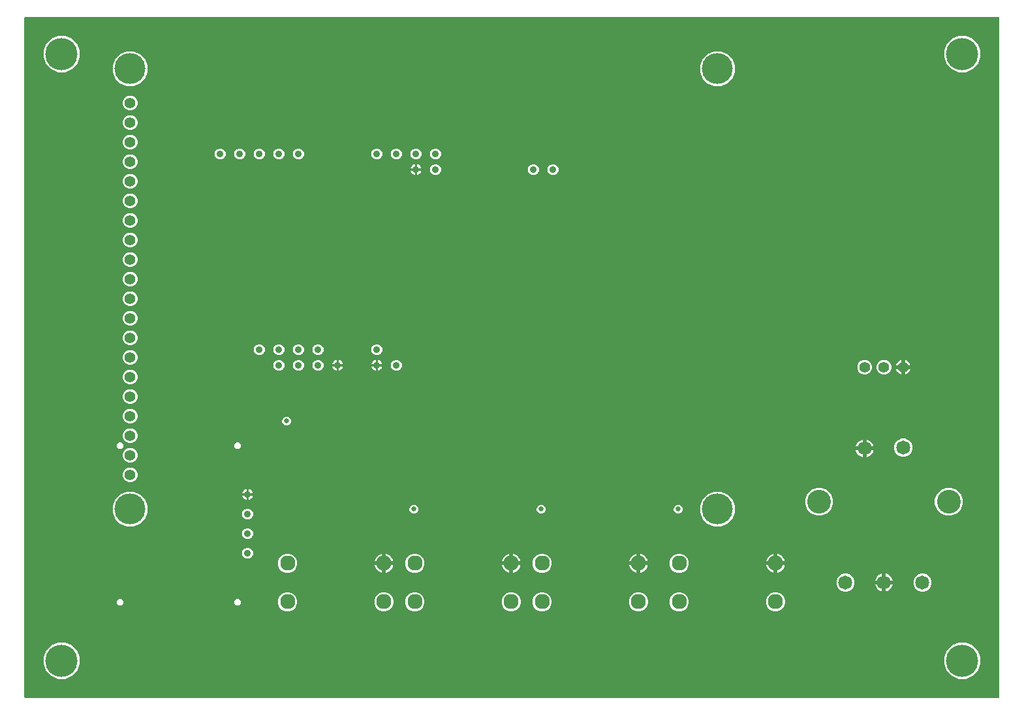
<source format=gbr>
G04 EAGLE Gerber RS-274X export*
G75*
%MOMM*%
%FSLAX34Y34*%
%LPD*%
%INCopper Layer 2*%
%IPPOS*%
%AMOC8*
5,1,8,0,0,1.08239X$1,22.5*%
G01*
%ADD10C,1.960000*%
%ADD11C,1.400000*%
%ADD12C,0.904800*%
%ADD13C,1.820000*%
%ADD14C,3.080000*%
%ADD15C,4.016000*%
%ADD16C,4.191000*%
%ADD17C,0.654800*%

G36*
X1266308Y2556D02*
X1266308Y2556D01*
X1266427Y2563D01*
X1266465Y2576D01*
X1266506Y2581D01*
X1266616Y2624D01*
X1266729Y2661D01*
X1266764Y2683D01*
X1266801Y2698D01*
X1266897Y2767D01*
X1266998Y2831D01*
X1267026Y2861D01*
X1267059Y2884D01*
X1267135Y2976D01*
X1267216Y3063D01*
X1267236Y3098D01*
X1267261Y3129D01*
X1267312Y3237D01*
X1267370Y3341D01*
X1267380Y3381D01*
X1267397Y3417D01*
X1267419Y3534D01*
X1267449Y3649D01*
X1267453Y3709D01*
X1267457Y3729D01*
X1267455Y3750D01*
X1267459Y3810D01*
X1267459Y885190D01*
X1267444Y885308D01*
X1267437Y885427D01*
X1267424Y885465D01*
X1267419Y885506D01*
X1267376Y885616D01*
X1267339Y885729D01*
X1267317Y885764D01*
X1267302Y885801D01*
X1267233Y885897D01*
X1267169Y885998D01*
X1267139Y886026D01*
X1267116Y886059D01*
X1267024Y886135D01*
X1266937Y886216D01*
X1266902Y886236D01*
X1266871Y886261D01*
X1266763Y886312D01*
X1266659Y886370D01*
X1266619Y886380D01*
X1266583Y886397D01*
X1266466Y886419D01*
X1266351Y886449D01*
X1266291Y886453D01*
X1266271Y886457D01*
X1266250Y886455D01*
X1266190Y886459D01*
X3810Y886459D01*
X3692Y886444D01*
X3573Y886437D01*
X3535Y886424D01*
X3494Y886419D01*
X3384Y886376D01*
X3271Y886339D01*
X3236Y886317D01*
X3199Y886302D01*
X3103Y886233D01*
X3002Y886169D01*
X2974Y886139D01*
X2941Y886116D01*
X2865Y886024D01*
X2784Y885937D01*
X2764Y885902D01*
X2739Y885871D01*
X2688Y885763D01*
X2630Y885659D01*
X2620Y885619D01*
X2603Y885583D01*
X2581Y885466D01*
X2551Y885351D01*
X2547Y885291D01*
X2543Y885271D01*
X2545Y885250D01*
X2541Y885190D01*
X2541Y3810D01*
X2556Y3692D01*
X2563Y3573D01*
X2576Y3535D01*
X2581Y3494D01*
X2624Y3384D01*
X2661Y3271D01*
X2683Y3236D01*
X2698Y3199D01*
X2767Y3103D01*
X2831Y3002D01*
X2861Y2974D01*
X2884Y2941D01*
X2976Y2865D01*
X3063Y2784D01*
X3098Y2764D01*
X3129Y2739D01*
X3237Y2688D01*
X3341Y2630D01*
X3381Y2620D01*
X3417Y2603D01*
X3534Y2581D01*
X3649Y2551D01*
X3709Y2547D01*
X3729Y2543D01*
X3750Y2545D01*
X3810Y2541D01*
X1266190Y2541D01*
X1266308Y2556D01*
G37*
%LPC*%
G36*
X1214526Y814704D02*
X1214526Y814704D01*
X1205891Y818281D01*
X1199281Y824891D01*
X1195704Y833526D01*
X1195704Y842874D01*
X1199281Y851509D01*
X1205891Y858119D01*
X1214526Y861696D01*
X1223874Y861696D01*
X1232509Y858119D01*
X1239119Y851509D01*
X1242696Y842874D01*
X1242696Y833526D01*
X1239119Y824891D01*
X1232509Y818281D01*
X1223874Y814704D01*
X1214526Y814704D01*
G37*
%LPD*%
%LPC*%
G36*
X46126Y814704D02*
X46126Y814704D01*
X37491Y818281D01*
X30881Y824891D01*
X27304Y833526D01*
X27304Y842874D01*
X30881Y851509D01*
X37491Y858119D01*
X46126Y861696D01*
X55474Y861696D01*
X64109Y858119D01*
X70719Y851509D01*
X74296Y842874D01*
X74296Y833526D01*
X70719Y824891D01*
X64109Y818281D01*
X55474Y814704D01*
X46126Y814704D01*
G37*
%LPD*%
%LPC*%
G36*
X1214526Y27304D02*
X1214526Y27304D01*
X1205891Y30881D01*
X1199281Y37491D01*
X1195704Y46126D01*
X1195704Y55474D01*
X1199281Y64109D01*
X1205891Y70719D01*
X1214526Y74296D01*
X1223874Y74296D01*
X1232509Y70719D01*
X1239119Y64109D01*
X1242696Y55474D01*
X1242696Y46126D01*
X1239119Y37491D01*
X1232509Y30881D01*
X1223874Y27304D01*
X1214526Y27304D01*
G37*
%LPD*%
%LPC*%
G36*
X46126Y27304D02*
X46126Y27304D01*
X37491Y30881D01*
X30881Y37491D01*
X27304Y46126D01*
X27304Y55474D01*
X30881Y64109D01*
X37491Y70719D01*
X46126Y74296D01*
X55474Y74296D01*
X64109Y70719D01*
X70719Y64109D01*
X74296Y55474D01*
X74296Y46126D01*
X70719Y37491D01*
X64109Y30881D01*
X55474Y27304D01*
X46126Y27304D01*
G37*
%LPD*%
%LPC*%
G36*
X897200Y796529D02*
X897200Y796529D01*
X888886Y799973D01*
X882523Y806336D01*
X879079Y814650D01*
X879079Y823650D01*
X882523Y831964D01*
X888886Y838327D01*
X897200Y841771D01*
X906200Y841771D01*
X914514Y838327D01*
X920877Y831964D01*
X924321Y823650D01*
X924321Y814650D01*
X920877Y806336D01*
X914514Y799973D01*
X906200Y796529D01*
X897200Y796529D01*
G37*
%LPD*%
%LPC*%
G36*
X135200Y796529D02*
X135200Y796529D01*
X126886Y799973D01*
X120523Y806336D01*
X117079Y814650D01*
X117079Y823650D01*
X120523Y831964D01*
X126886Y838327D01*
X135200Y841771D01*
X144200Y841771D01*
X152514Y838327D01*
X158877Y831964D01*
X162321Y823650D01*
X162321Y814650D01*
X158877Y806336D01*
X152514Y799973D01*
X144200Y796529D01*
X135200Y796529D01*
G37*
%LPD*%
%LPC*%
G36*
X135200Y225029D02*
X135200Y225029D01*
X126886Y228473D01*
X120523Y234836D01*
X117079Y243150D01*
X117079Y252150D01*
X120523Y260464D01*
X126886Y266827D01*
X135200Y270271D01*
X144200Y270271D01*
X152514Y266827D01*
X158877Y260464D01*
X162321Y252150D01*
X162321Y243150D01*
X158877Y234836D01*
X152514Y228473D01*
X144200Y225029D01*
X135200Y225029D01*
G37*
%LPD*%
%LPC*%
G36*
X897200Y225029D02*
X897200Y225029D01*
X888886Y228473D01*
X882523Y234836D01*
X879079Y243150D01*
X879079Y252150D01*
X882523Y260464D01*
X888886Y266827D01*
X897200Y270271D01*
X906200Y270271D01*
X914514Y266827D01*
X920877Y260464D01*
X924321Y252150D01*
X924321Y243150D01*
X920877Y234836D01*
X914514Y228473D01*
X906200Y225029D01*
X897200Y225029D01*
G37*
%LPD*%
%LPC*%
G36*
X1030031Y239459D02*
X1030031Y239459D01*
X1023437Y242191D01*
X1018391Y247237D01*
X1015659Y253831D01*
X1015659Y260969D01*
X1018391Y267563D01*
X1023437Y272609D01*
X1030031Y275341D01*
X1037169Y275341D01*
X1043763Y272609D01*
X1048809Y267563D01*
X1051541Y260969D01*
X1051541Y253831D01*
X1048809Y247237D01*
X1043763Y242191D01*
X1037169Y239459D01*
X1030031Y239459D01*
G37*
%LPD*%
%LPC*%
G36*
X1198031Y239459D02*
X1198031Y239459D01*
X1191437Y242191D01*
X1186391Y247237D01*
X1183659Y253831D01*
X1183659Y260969D01*
X1186391Y267563D01*
X1191437Y272609D01*
X1198031Y275341D01*
X1205169Y275341D01*
X1211763Y272609D01*
X1216809Y267563D01*
X1219541Y260969D01*
X1219541Y253831D01*
X1216809Y247237D01*
X1211763Y242191D01*
X1205169Y239459D01*
X1198031Y239459D01*
G37*
%LPD*%
%LPC*%
G36*
X849445Y165059D02*
X849445Y165059D01*
X844910Y166938D01*
X841438Y170410D01*
X839559Y174945D01*
X839559Y179855D01*
X841438Y184390D01*
X844910Y187862D01*
X849445Y189741D01*
X854355Y189741D01*
X858890Y187862D01*
X862362Y184390D01*
X864241Y179855D01*
X864241Y174945D01*
X862362Y170410D01*
X858890Y166938D01*
X854355Y165059D01*
X849445Y165059D01*
G37*
%LPD*%
%LPC*%
G36*
X341445Y165059D02*
X341445Y165059D01*
X336910Y166938D01*
X333438Y170410D01*
X331559Y174945D01*
X331559Y179855D01*
X333438Y184390D01*
X336910Y187862D01*
X341445Y189741D01*
X346355Y189741D01*
X350890Y187862D01*
X354362Y184390D01*
X356241Y179855D01*
X356241Y174945D01*
X354362Y170410D01*
X350890Y166938D01*
X346355Y165059D01*
X341445Y165059D01*
G37*
%LPD*%
%LPC*%
G36*
X671645Y165059D02*
X671645Y165059D01*
X667110Y166938D01*
X663638Y170410D01*
X661759Y174945D01*
X661759Y179855D01*
X663638Y184390D01*
X667110Y187862D01*
X671645Y189741D01*
X676555Y189741D01*
X681090Y187862D01*
X684562Y184390D01*
X686441Y179855D01*
X686441Y174945D01*
X684562Y170410D01*
X681090Y166938D01*
X676555Y165059D01*
X671645Y165059D01*
G37*
%LPD*%
%LPC*%
G36*
X506545Y165059D02*
X506545Y165059D01*
X502010Y166938D01*
X498538Y170410D01*
X496659Y174945D01*
X496659Y179855D01*
X498538Y184390D01*
X502010Y187862D01*
X506545Y189741D01*
X511455Y189741D01*
X515990Y187862D01*
X519462Y184390D01*
X521341Y179855D01*
X521341Y174945D01*
X519462Y170410D01*
X515990Y166938D01*
X511455Y165059D01*
X506545Y165059D01*
G37*
%LPD*%
%LPC*%
G36*
X796645Y115059D02*
X796645Y115059D01*
X792110Y116938D01*
X788638Y120410D01*
X786759Y124945D01*
X786759Y129855D01*
X788638Y134390D01*
X792110Y137862D01*
X796645Y139741D01*
X801555Y139741D01*
X806090Y137862D01*
X809562Y134390D01*
X811441Y129855D01*
X811441Y124945D01*
X809562Y120410D01*
X806090Y116938D01*
X801555Y115059D01*
X796645Y115059D01*
G37*
%LPD*%
%LPC*%
G36*
X974445Y115059D02*
X974445Y115059D01*
X969910Y116938D01*
X966438Y120410D01*
X964559Y124945D01*
X964559Y129855D01*
X966438Y134390D01*
X969910Y137862D01*
X974445Y139741D01*
X979355Y139741D01*
X983890Y137862D01*
X987362Y134390D01*
X989241Y129855D01*
X989241Y124945D01*
X987362Y120410D01*
X983890Y116938D01*
X979355Y115059D01*
X974445Y115059D01*
G37*
%LPD*%
%LPC*%
G36*
X849445Y115059D02*
X849445Y115059D01*
X844910Y116938D01*
X841438Y120410D01*
X839559Y124945D01*
X839559Y129855D01*
X841438Y134390D01*
X844910Y137862D01*
X849445Y139741D01*
X854355Y139741D01*
X858890Y137862D01*
X862362Y134390D01*
X864241Y129855D01*
X864241Y124945D01*
X862362Y120410D01*
X858890Y116938D01*
X854355Y115059D01*
X849445Y115059D01*
G37*
%LPD*%
%LPC*%
G36*
X671645Y115059D02*
X671645Y115059D01*
X667110Y116938D01*
X663638Y120410D01*
X661759Y124945D01*
X661759Y129855D01*
X663638Y134390D01*
X667110Y137862D01*
X671645Y139741D01*
X676555Y139741D01*
X681090Y137862D01*
X684562Y134390D01*
X686441Y129855D01*
X686441Y124945D01*
X684562Y120410D01*
X681090Y116938D01*
X676555Y115059D01*
X671645Y115059D01*
G37*
%LPD*%
%LPC*%
G36*
X631545Y115059D02*
X631545Y115059D01*
X627010Y116938D01*
X623538Y120410D01*
X621659Y124945D01*
X621659Y129855D01*
X623538Y134390D01*
X627010Y137862D01*
X631545Y139741D01*
X636455Y139741D01*
X640990Y137862D01*
X644462Y134390D01*
X646341Y129855D01*
X646341Y124945D01*
X644462Y120410D01*
X640990Y116938D01*
X636455Y115059D01*
X631545Y115059D01*
G37*
%LPD*%
%LPC*%
G36*
X506545Y115059D02*
X506545Y115059D01*
X502010Y116938D01*
X498538Y120410D01*
X496659Y124945D01*
X496659Y129855D01*
X498538Y134390D01*
X502010Y137862D01*
X506545Y139741D01*
X511455Y139741D01*
X515990Y137862D01*
X519462Y134390D01*
X521341Y129855D01*
X521341Y124945D01*
X519462Y120410D01*
X515990Y116938D01*
X511455Y115059D01*
X506545Y115059D01*
G37*
%LPD*%
%LPC*%
G36*
X466445Y115059D02*
X466445Y115059D01*
X461910Y116938D01*
X458438Y120410D01*
X456559Y124945D01*
X456559Y129855D01*
X458438Y134390D01*
X461910Y137862D01*
X466445Y139741D01*
X471355Y139741D01*
X475890Y137862D01*
X479362Y134390D01*
X481241Y129855D01*
X481241Y124945D01*
X479362Y120410D01*
X475890Y116938D01*
X471355Y115059D01*
X466445Y115059D01*
G37*
%LPD*%
%LPC*%
G36*
X341445Y115059D02*
X341445Y115059D01*
X336910Y116938D01*
X333438Y120410D01*
X331559Y124945D01*
X331559Y129855D01*
X333438Y134390D01*
X336910Y137862D01*
X341445Y139741D01*
X346355Y139741D01*
X350890Y137862D01*
X354362Y134390D01*
X356241Y129855D01*
X356241Y124945D01*
X354362Y120410D01*
X350890Y116938D01*
X346355Y115059D01*
X341445Y115059D01*
G37*
%LPD*%
%LPC*%
G36*
X1165284Y140759D02*
X1165284Y140759D01*
X1161006Y142531D01*
X1157731Y145806D01*
X1155959Y150084D01*
X1155959Y154716D01*
X1157731Y158994D01*
X1161006Y162269D01*
X1165284Y164041D01*
X1169916Y164041D01*
X1174194Y162269D01*
X1177469Y158994D01*
X1179241Y154716D01*
X1179241Y150084D01*
X1177469Y145806D01*
X1174194Y142531D01*
X1169916Y140759D01*
X1165284Y140759D01*
G37*
%LPD*%
%LPC*%
G36*
X1140284Y315759D02*
X1140284Y315759D01*
X1136006Y317531D01*
X1132731Y320806D01*
X1130959Y325084D01*
X1130959Y329716D01*
X1132731Y333994D01*
X1136006Y337269D01*
X1140284Y339041D01*
X1144916Y339041D01*
X1149194Y337269D01*
X1152469Y333994D01*
X1154241Y329716D01*
X1154241Y325084D01*
X1152469Y320806D01*
X1149194Y317531D01*
X1144916Y315759D01*
X1140284Y315759D01*
G37*
%LPD*%
%LPC*%
G36*
X1065284Y140759D02*
X1065284Y140759D01*
X1061006Y142531D01*
X1057731Y145806D01*
X1055959Y150084D01*
X1055959Y154716D01*
X1057731Y158994D01*
X1061006Y162269D01*
X1065284Y164041D01*
X1069916Y164041D01*
X1074194Y162269D01*
X1077469Y158994D01*
X1079241Y154716D01*
X1079241Y150084D01*
X1077469Y145806D01*
X1074194Y142531D01*
X1069916Y140759D01*
X1065284Y140759D01*
G37*
%LPD*%
%LPC*%
G36*
X137802Y714359D02*
X137802Y714359D01*
X134296Y715812D01*
X131612Y718496D01*
X130159Y722002D01*
X130159Y725798D01*
X131612Y729304D01*
X134296Y731988D01*
X137802Y733441D01*
X141598Y733441D01*
X145104Y731988D01*
X147788Y729304D01*
X149241Y725798D01*
X149241Y722002D01*
X147788Y718496D01*
X145104Y715812D01*
X141598Y714359D01*
X137802Y714359D01*
G37*
%LPD*%
%LPC*%
G36*
X137802Y663559D02*
X137802Y663559D01*
X134296Y665012D01*
X131612Y667696D01*
X130159Y671202D01*
X130159Y674998D01*
X131612Y678504D01*
X134296Y681188D01*
X137802Y682641D01*
X141598Y682641D01*
X145104Y681188D01*
X147788Y678504D01*
X149241Y674998D01*
X149241Y671202D01*
X147788Y667696D01*
X145104Y665012D01*
X141598Y663559D01*
X137802Y663559D01*
G37*
%LPD*%
%LPC*%
G36*
X137802Y638159D02*
X137802Y638159D01*
X134296Y639612D01*
X131612Y642296D01*
X130159Y645802D01*
X130159Y649598D01*
X131612Y653104D01*
X134296Y655788D01*
X137802Y657241D01*
X141598Y657241D01*
X145104Y655788D01*
X147788Y653104D01*
X149241Y649598D01*
X149241Y645802D01*
X147788Y642296D01*
X145104Y639612D01*
X141598Y638159D01*
X137802Y638159D01*
G37*
%LPD*%
%LPC*%
G36*
X137802Y612759D02*
X137802Y612759D01*
X134296Y614212D01*
X131612Y616896D01*
X130159Y620402D01*
X130159Y624198D01*
X131612Y627704D01*
X134296Y630388D01*
X137802Y631841D01*
X141598Y631841D01*
X145104Y630388D01*
X147788Y627704D01*
X149241Y624198D01*
X149241Y620402D01*
X147788Y616896D01*
X145104Y614212D01*
X141598Y612759D01*
X137802Y612759D01*
G37*
%LPD*%
%LPC*%
G36*
X137802Y282559D02*
X137802Y282559D01*
X134296Y284012D01*
X131612Y286696D01*
X130159Y290202D01*
X130159Y293998D01*
X131612Y297504D01*
X134296Y300188D01*
X137802Y301641D01*
X141598Y301641D01*
X145104Y300188D01*
X147788Y297504D01*
X149241Y293998D01*
X149241Y290202D01*
X147788Y286696D01*
X145104Y284012D01*
X141598Y282559D01*
X137802Y282559D01*
G37*
%LPD*%
%LPC*%
G36*
X137802Y409559D02*
X137802Y409559D01*
X134296Y411012D01*
X131612Y413696D01*
X130159Y417202D01*
X130159Y420998D01*
X131612Y424504D01*
X134296Y427188D01*
X137802Y428641D01*
X141598Y428641D01*
X145104Y427188D01*
X147788Y424504D01*
X149241Y420998D01*
X149241Y417202D01*
X147788Y413696D01*
X145104Y411012D01*
X141598Y409559D01*
X137802Y409559D01*
G37*
%LPD*%
%LPC*%
G36*
X137802Y587359D02*
X137802Y587359D01*
X134296Y588812D01*
X131612Y591496D01*
X130159Y595002D01*
X130159Y598798D01*
X131612Y602304D01*
X134296Y604988D01*
X137802Y606441D01*
X141598Y606441D01*
X145104Y604988D01*
X147788Y602304D01*
X149241Y598798D01*
X149241Y595002D01*
X147788Y591496D01*
X145104Y588812D01*
X141598Y587359D01*
X137802Y587359D01*
G37*
%LPD*%
%LPC*%
G36*
X137802Y358759D02*
X137802Y358759D01*
X134296Y360212D01*
X131612Y362896D01*
X130159Y366402D01*
X130159Y370198D01*
X131612Y373704D01*
X134296Y376388D01*
X137802Y377841D01*
X141598Y377841D01*
X145104Y376388D01*
X147788Y373704D01*
X149241Y370198D01*
X149241Y366402D01*
X147788Y362896D01*
X145104Y360212D01*
X141598Y358759D01*
X137802Y358759D01*
G37*
%LPD*%
%LPC*%
G36*
X137802Y333359D02*
X137802Y333359D01*
X134296Y334812D01*
X131612Y337496D01*
X130159Y341002D01*
X130159Y344798D01*
X131612Y348304D01*
X134296Y350988D01*
X137802Y352441D01*
X141598Y352441D01*
X145104Y350988D01*
X147788Y348304D01*
X149241Y344798D01*
X149241Y341002D01*
X147788Y337496D01*
X145104Y334812D01*
X141598Y333359D01*
X137802Y333359D01*
G37*
%LPD*%
%LPC*%
G36*
X137802Y561959D02*
X137802Y561959D01*
X134296Y563412D01*
X131612Y566096D01*
X130159Y569602D01*
X130159Y573398D01*
X131612Y576904D01*
X134296Y579588D01*
X137802Y581041D01*
X141598Y581041D01*
X145104Y579588D01*
X147788Y576904D01*
X149241Y573398D01*
X149241Y569602D01*
X147788Y566096D01*
X145104Y563412D01*
X141598Y561959D01*
X137802Y561959D01*
G37*
%LPD*%
%LPC*%
G36*
X137802Y307959D02*
X137802Y307959D01*
X134296Y309412D01*
X131612Y312096D01*
X130159Y315602D01*
X130159Y319398D01*
X131612Y322904D01*
X134296Y325588D01*
X137802Y327041D01*
X141598Y327041D01*
X145104Y325588D01*
X147788Y322904D01*
X149241Y319398D01*
X149241Y315602D01*
X147788Y312096D01*
X145104Y309412D01*
X141598Y307959D01*
X137802Y307959D01*
G37*
%LPD*%
%LPC*%
G36*
X137802Y536559D02*
X137802Y536559D01*
X134296Y538012D01*
X131612Y540696D01*
X130159Y544202D01*
X130159Y547998D01*
X131612Y551504D01*
X134296Y554188D01*
X137802Y555641D01*
X141598Y555641D01*
X145104Y554188D01*
X147788Y551504D01*
X149241Y547998D01*
X149241Y544202D01*
X147788Y540696D01*
X145104Y538012D01*
X141598Y536559D01*
X137802Y536559D01*
G37*
%LPD*%
%LPC*%
G36*
X137802Y485759D02*
X137802Y485759D01*
X134296Y487212D01*
X131612Y489896D01*
X130159Y493402D01*
X130159Y497198D01*
X131612Y500704D01*
X134296Y503388D01*
X137802Y504841D01*
X141598Y504841D01*
X145104Y503388D01*
X147788Y500704D01*
X149241Y497198D01*
X149241Y493402D01*
X147788Y489896D01*
X145104Y487212D01*
X141598Y485759D01*
X137802Y485759D01*
G37*
%LPD*%
%LPC*%
G36*
X137802Y688959D02*
X137802Y688959D01*
X134296Y690412D01*
X131612Y693096D01*
X130159Y696602D01*
X130159Y700398D01*
X131612Y703904D01*
X134296Y706588D01*
X137802Y708041D01*
X141598Y708041D01*
X145104Y706588D01*
X147788Y703904D01*
X149241Y700398D01*
X149241Y696602D01*
X147788Y693096D01*
X145104Y690412D01*
X141598Y688959D01*
X137802Y688959D01*
G37*
%LPD*%
%LPC*%
G36*
X137802Y511159D02*
X137802Y511159D01*
X134296Y512612D01*
X131612Y515296D01*
X130159Y518802D01*
X130159Y522598D01*
X131612Y526104D01*
X134296Y528788D01*
X137802Y530241D01*
X141598Y530241D01*
X145104Y528788D01*
X147788Y526104D01*
X149241Y522598D01*
X149241Y518802D01*
X147788Y515296D01*
X145104Y512612D01*
X141598Y511159D01*
X137802Y511159D01*
G37*
%LPD*%
%LPC*%
G36*
X1090702Y422259D02*
X1090702Y422259D01*
X1087196Y423712D01*
X1084512Y426396D01*
X1083059Y429902D01*
X1083059Y433698D01*
X1084512Y437204D01*
X1087196Y439888D01*
X1090702Y441341D01*
X1094498Y441341D01*
X1098004Y439888D01*
X1100688Y437204D01*
X1102141Y433698D01*
X1102141Y429902D01*
X1100688Y426396D01*
X1098004Y423712D01*
X1094498Y422259D01*
X1090702Y422259D01*
G37*
%LPD*%
%LPC*%
G36*
X137802Y434959D02*
X137802Y434959D01*
X134296Y436412D01*
X131612Y439096D01*
X130159Y442602D01*
X130159Y446398D01*
X131612Y449904D01*
X134296Y452588D01*
X137802Y454041D01*
X141598Y454041D01*
X145104Y452588D01*
X147788Y449904D01*
X149241Y446398D01*
X149241Y442602D01*
X147788Y439096D01*
X145104Y436412D01*
X141598Y434959D01*
X137802Y434959D01*
G37*
%LPD*%
%LPC*%
G36*
X137802Y460359D02*
X137802Y460359D01*
X134296Y461812D01*
X131612Y464496D01*
X130159Y468002D01*
X130159Y471798D01*
X131612Y475304D01*
X134296Y477988D01*
X137802Y479441D01*
X141598Y479441D01*
X145104Y477988D01*
X147788Y475304D01*
X149241Y471798D01*
X149241Y468002D01*
X147788Y464496D01*
X145104Y461812D01*
X141598Y460359D01*
X137802Y460359D01*
G37*
%LPD*%
%LPC*%
G36*
X1115702Y422259D02*
X1115702Y422259D01*
X1112196Y423712D01*
X1109512Y426396D01*
X1108059Y429902D01*
X1108059Y433698D01*
X1109512Y437204D01*
X1112196Y439888D01*
X1115702Y441341D01*
X1119498Y441341D01*
X1123004Y439888D01*
X1125688Y437204D01*
X1127141Y433698D01*
X1127141Y429902D01*
X1125688Y426396D01*
X1123004Y423712D01*
X1119498Y422259D01*
X1115702Y422259D01*
G37*
%LPD*%
%LPC*%
G36*
X137802Y739759D02*
X137802Y739759D01*
X134296Y741212D01*
X131612Y743896D01*
X130159Y747402D01*
X130159Y751198D01*
X131612Y754704D01*
X134296Y757388D01*
X137802Y758841D01*
X141598Y758841D01*
X145104Y757388D01*
X147788Y754704D01*
X149241Y751198D01*
X149241Y747402D01*
X147788Y743896D01*
X145104Y741212D01*
X141598Y739759D01*
X137802Y739759D01*
G37*
%LPD*%
%LPC*%
G36*
X137802Y765159D02*
X137802Y765159D01*
X134296Y766612D01*
X131612Y769296D01*
X130159Y772802D01*
X130159Y776598D01*
X131612Y780104D01*
X134296Y782788D01*
X137802Y784241D01*
X141598Y784241D01*
X145104Y782788D01*
X147788Y780104D01*
X149241Y776598D01*
X149241Y772802D01*
X147788Y769296D01*
X145104Y766612D01*
X141598Y765159D01*
X137802Y765159D01*
G37*
%LPD*%
%LPC*%
G36*
X137802Y384159D02*
X137802Y384159D01*
X134296Y385612D01*
X131612Y388296D01*
X130159Y391802D01*
X130159Y395598D01*
X131612Y399104D01*
X134296Y401788D01*
X137802Y403241D01*
X141598Y403241D01*
X145104Y401788D01*
X147788Y399104D01*
X149241Y395598D01*
X149241Y391802D01*
X147788Y388296D01*
X145104Y385612D01*
X141598Y384159D01*
X137802Y384159D01*
G37*
%LPD*%
%LPC*%
G36*
X290695Y234235D02*
X290695Y234235D01*
X288098Y235311D01*
X286111Y237298D01*
X285035Y239895D01*
X285035Y242705D01*
X286111Y245302D01*
X288098Y247289D01*
X290695Y248365D01*
X293505Y248365D01*
X296102Y247289D01*
X298089Y245302D01*
X299165Y242705D01*
X299165Y239895D01*
X298089Y237298D01*
X296102Y235311D01*
X293505Y234235D01*
X290695Y234235D01*
G37*
%LPD*%
%LPC*%
G36*
X458335Y701595D02*
X458335Y701595D01*
X455738Y702671D01*
X453751Y704658D01*
X452675Y707255D01*
X452675Y710065D01*
X453751Y712662D01*
X455738Y714649D01*
X458335Y715725D01*
X461145Y715725D01*
X463742Y714649D01*
X465729Y712662D01*
X466805Y710065D01*
X466805Y707255D01*
X465729Y704658D01*
X463742Y702671D01*
X461145Y701595D01*
X458335Y701595D01*
G37*
%LPD*%
%LPC*%
G36*
X356735Y701595D02*
X356735Y701595D01*
X354138Y702671D01*
X352151Y704658D01*
X351075Y707255D01*
X351075Y710065D01*
X352151Y712662D01*
X354138Y714649D01*
X356735Y715725D01*
X359545Y715725D01*
X362142Y714649D01*
X364129Y712662D01*
X365205Y710065D01*
X365205Y707255D01*
X364129Y704658D01*
X362142Y702671D01*
X359545Y701595D01*
X356735Y701595D01*
G37*
%LPD*%
%LPC*%
G36*
X331335Y701595D02*
X331335Y701595D01*
X328738Y702671D01*
X326751Y704658D01*
X325675Y707255D01*
X325675Y710065D01*
X326751Y712662D01*
X328738Y714649D01*
X331335Y715725D01*
X334145Y715725D01*
X336742Y714649D01*
X338729Y712662D01*
X339805Y710065D01*
X339805Y707255D01*
X338729Y704658D01*
X336742Y702671D01*
X334145Y701595D01*
X331335Y701595D01*
G37*
%LPD*%
%LPC*%
G36*
X305935Y701595D02*
X305935Y701595D01*
X303338Y702671D01*
X301351Y704658D01*
X300275Y707255D01*
X300275Y710065D01*
X301351Y712662D01*
X303338Y714649D01*
X305935Y715725D01*
X308745Y715725D01*
X311342Y714649D01*
X313329Y712662D01*
X314405Y710065D01*
X314405Y707255D01*
X313329Y704658D01*
X311342Y702671D01*
X308745Y701595D01*
X305935Y701595D01*
G37*
%LPD*%
%LPC*%
G36*
X280535Y701595D02*
X280535Y701595D01*
X277938Y702671D01*
X275951Y704658D01*
X274875Y707255D01*
X274875Y710065D01*
X275951Y712662D01*
X277938Y714649D01*
X280535Y715725D01*
X283345Y715725D01*
X285942Y714649D01*
X287929Y712662D01*
X289005Y710065D01*
X289005Y707255D01*
X287929Y704658D01*
X285942Y702671D01*
X283345Y701595D01*
X280535Y701595D01*
G37*
%LPD*%
%LPC*%
G36*
X686935Y681275D02*
X686935Y681275D01*
X684338Y682351D01*
X682351Y684338D01*
X681275Y686935D01*
X681275Y689745D01*
X682351Y692342D01*
X684338Y694329D01*
X686935Y695405D01*
X689745Y695405D01*
X692342Y694329D01*
X694329Y692342D01*
X695405Y689745D01*
X695405Y686935D01*
X694329Y684338D01*
X692342Y682351D01*
X689745Y681275D01*
X686935Y681275D01*
G37*
%LPD*%
%LPC*%
G36*
X661535Y681275D02*
X661535Y681275D01*
X658938Y682351D01*
X656951Y684338D01*
X655875Y686935D01*
X655875Y689745D01*
X656951Y692342D01*
X658938Y694329D01*
X661535Y695405D01*
X664345Y695405D01*
X666942Y694329D01*
X668929Y692342D01*
X670005Y689745D01*
X670005Y686935D01*
X668929Y684338D01*
X666942Y682351D01*
X664345Y681275D01*
X661535Y681275D01*
G37*
%LPD*%
%LPC*%
G36*
X534535Y681275D02*
X534535Y681275D01*
X531938Y682351D01*
X529951Y684338D01*
X528875Y686935D01*
X528875Y689745D01*
X529951Y692342D01*
X531938Y694329D01*
X534535Y695405D01*
X537345Y695405D01*
X539942Y694329D01*
X541929Y692342D01*
X543005Y689745D01*
X543005Y686935D01*
X541929Y684338D01*
X539942Y682351D01*
X537345Y681275D01*
X534535Y681275D01*
G37*
%LPD*%
%LPC*%
G36*
X255135Y701595D02*
X255135Y701595D01*
X252538Y702671D01*
X250551Y704658D01*
X249475Y707255D01*
X249475Y710065D01*
X250551Y712662D01*
X252538Y714649D01*
X255135Y715725D01*
X257945Y715725D01*
X260542Y714649D01*
X262529Y712662D01*
X263605Y710065D01*
X263605Y707255D01*
X262529Y704658D01*
X260542Y702671D01*
X257945Y701595D01*
X255135Y701595D01*
G37*
%LPD*%
%LPC*%
G36*
X458335Y447595D02*
X458335Y447595D01*
X455738Y448671D01*
X453751Y450658D01*
X452675Y453255D01*
X452675Y456065D01*
X453751Y458662D01*
X455738Y460649D01*
X458335Y461725D01*
X461145Y461725D01*
X463742Y460649D01*
X465729Y458662D01*
X466805Y456065D01*
X466805Y453255D01*
X465729Y450658D01*
X463742Y448671D01*
X461145Y447595D01*
X458335Y447595D01*
G37*
%LPD*%
%LPC*%
G36*
X382135Y447595D02*
X382135Y447595D01*
X379538Y448671D01*
X377551Y450658D01*
X376475Y453255D01*
X376475Y456065D01*
X377551Y458662D01*
X379538Y460649D01*
X382135Y461725D01*
X384945Y461725D01*
X387542Y460649D01*
X389529Y458662D01*
X390605Y456065D01*
X390605Y453255D01*
X389529Y450658D01*
X387542Y448671D01*
X384945Y447595D01*
X382135Y447595D01*
G37*
%LPD*%
%LPC*%
G36*
X356735Y447595D02*
X356735Y447595D01*
X354138Y448671D01*
X352151Y450658D01*
X351075Y453255D01*
X351075Y456065D01*
X352151Y458662D01*
X354138Y460649D01*
X356735Y461725D01*
X359545Y461725D01*
X362142Y460649D01*
X364129Y458662D01*
X365205Y456065D01*
X365205Y453255D01*
X364129Y450658D01*
X362142Y448671D01*
X359545Y447595D01*
X356735Y447595D01*
G37*
%LPD*%
%LPC*%
G36*
X483735Y427275D02*
X483735Y427275D01*
X481138Y428351D01*
X479151Y430338D01*
X478075Y432935D01*
X478075Y435745D01*
X479151Y438342D01*
X481138Y440329D01*
X483735Y441405D01*
X486545Y441405D01*
X489142Y440329D01*
X491129Y438342D01*
X492205Y435745D01*
X492205Y432935D01*
X491129Y430338D01*
X489142Y428351D01*
X486545Y427275D01*
X483735Y427275D01*
G37*
%LPD*%
%LPC*%
G36*
X331335Y447595D02*
X331335Y447595D01*
X328738Y448671D01*
X326751Y450658D01*
X325675Y453255D01*
X325675Y456065D01*
X326751Y458662D01*
X328738Y460649D01*
X331335Y461725D01*
X334145Y461725D01*
X336742Y460649D01*
X338729Y458662D01*
X339805Y456065D01*
X339805Y453255D01*
X338729Y450658D01*
X336742Y448671D01*
X334145Y447595D01*
X331335Y447595D01*
G37*
%LPD*%
%LPC*%
G36*
X305935Y447595D02*
X305935Y447595D01*
X303338Y448671D01*
X301351Y450658D01*
X300275Y453255D01*
X300275Y456065D01*
X301351Y458662D01*
X303338Y460649D01*
X305935Y461725D01*
X308745Y461725D01*
X311342Y460649D01*
X313329Y458662D01*
X314405Y456065D01*
X314405Y453255D01*
X313329Y450658D01*
X311342Y448671D01*
X308745Y447595D01*
X305935Y447595D01*
G37*
%LPD*%
%LPC*%
G36*
X483735Y701595D02*
X483735Y701595D01*
X481138Y702671D01*
X479151Y704658D01*
X478075Y707255D01*
X478075Y710065D01*
X479151Y712662D01*
X481138Y714649D01*
X483735Y715725D01*
X486545Y715725D01*
X489142Y714649D01*
X491129Y712662D01*
X492205Y710065D01*
X492205Y707255D01*
X491129Y704658D01*
X489142Y702671D01*
X486545Y701595D01*
X483735Y701595D01*
G37*
%LPD*%
%LPC*%
G36*
X382135Y427275D02*
X382135Y427275D01*
X379538Y428351D01*
X377551Y430338D01*
X376475Y432935D01*
X376475Y435745D01*
X377551Y438342D01*
X379538Y440329D01*
X382135Y441405D01*
X384945Y441405D01*
X387542Y440329D01*
X389529Y438342D01*
X390605Y435745D01*
X390605Y432935D01*
X389529Y430338D01*
X387542Y428351D01*
X384945Y427275D01*
X382135Y427275D01*
G37*
%LPD*%
%LPC*%
G36*
X356735Y427275D02*
X356735Y427275D01*
X354138Y428351D01*
X352151Y430338D01*
X351075Y432935D01*
X351075Y435745D01*
X352151Y438342D01*
X354138Y440329D01*
X356735Y441405D01*
X359545Y441405D01*
X362142Y440329D01*
X364129Y438342D01*
X365205Y435745D01*
X365205Y432935D01*
X364129Y430338D01*
X362142Y428351D01*
X359545Y427275D01*
X356735Y427275D01*
G37*
%LPD*%
%LPC*%
G36*
X331335Y427275D02*
X331335Y427275D01*
X328738Y428351D01*
X326751Y430338D01*
X325675Y432935D01*
X325675Y435745D01*
X326751Y438342D01*
X328738Y440329D01*
X331335Y441405D01*
X334145Y441405D01*
X336742Y440329D01*
X338729Y438342D01*
X339805Y435745D01*
X339805Y432935D01*
X338729Y430338D01*
X336742Y428351D01*
X334145Y427275D01*
X331335Y427275D01*
G37*
%LPD*%
%LPC*%
G36*
X534535Y701595D02*
X534535Y701595D01*
X531938Y702671D01*
X529951Y704658D01*
X528875Y707255D01*
X528875Y710065D01*
X529951Y712662D01*
X531938Y714649D01*
X534535Y715725D01*
X537345Y715725D01*
X539942Y714649D01*
X541929Y712662D01*
X543005Y710065D01*
X543005Y707255D01*
X541929Y704658D01*
X539942Y702671D01*
X537345Y701595D01*
X534535Y701595D01*
G37*
%LPD*%
%LPC*%
G36*
X509135Y701595D02*
X509135Y701595D01*
X506538Y702671D01*
X504551Y704658D01*
X503475Y707255D01*
X503475Y710065D01*
X504551Y712662D01*
X506538Y714649D01*
X509135Y715725D01*
X511945Y715725D01*
X514542Y714649D01*
X516529Y712662D01*
X517605Y710065D01*
X517605Y707255D01*
X516529Y704658D01*
X514542Y702671D01*
X511945Y701595D01*
X509135Y701595D01*
G37*
%LPD*%
%LPC*%
G36*
X290695Y183435D02*
X290695Y183435D01*
X288098Y184511D01*
X286111Y186498D01*
X285035Y189095D01*
X285035Y191905D01*
X286111Y194502D01*
X288098Y196489D01*
X290695Y197565D01*
X293505Y197565D01*
X296102Y196489D01*
X298089Y194502D01*
X299165Y191905D01*
X299165Y189095D01*
X298089Y186498D01*
X296102Y184511D01*
X293505Y183435D01*
X290695Y183435D01*
G37*
%LPD*%
%LPC*%
G36*
X290695Y208835D02*
X290695Y208835D01*
X288098Y209911D01*
X286111Y211898D01*
X285035Y214495D01*
X285035Y217305D01*
X286111Y219902D01*
X288098Y221889D01*
X290695Y222965D01*
X293505Y222965D01*
X296102Y221889D01*
X298089Y219902D01*
X299165Y217305D01*
X299165Y214495D01*
X298089Y211898D01*
X296102Y209911D01*
X293505Y208835D01*
X290695Y208835D01*
G37*
%LPD*%
%LPC*%
G36*
X506843Y241835D02*
X506843Y241835D01*
X504706Y242720D01*
X503070Y244356D01*
X502185Y246493D01*
X502185Y248807D01*
X503070Y250944D01*
X504706Y252580D01*
X506843Y253465D01*
X509157Y253465D01*
X511294Y252580D01*
X512930Y250944D01*
X513815Y248807D01*
X513815Y246493D01*
X512930Y244356D01*
X511294Y242720D01*
X509157Y241835D01*
X506843Y241835D01*
G37*
%LPD*%
%LPC*%
G36*
X671943Y241835D02*
X671943Y241835D01*
X669806Y242720D01*
X668170Y244356D01*
X667285Y246493D01*
X667285Y248807D01*
X668170Y250944D01*
X669806Y252580D01*
X671943Y253465D01*
X674257Y253465D01*
X676394Y252580D01*
X678030Y250944D01*
X678915Y248807D01*
X678915Y246493D01*
X678030Y244356D01*
X676394Y242720D01*
X674257Y241835D01*
X671943Y241835D01*
G37*
%LPD*%
%LPC*%
G36*
X341743Y356135D02*
X341743Y356135D01*
X339606Y357020D01*
X337970Y358656D01*
X337085Y360793D01*
X337085Y363107D01*
X337970Y365244D01*
X339606Y366880D01*
X341743Y367765D01*
X344057Y367765D01*
X346194Y366880D01*
X347830Y365244D01*
X348715Y363107D01*
X348715Y360793D01*
X347830Y358656D01*
X346194Y357020D01*
X344057Y356135D01*
X341743Y356135D01*
G37*
%LPD*%
%LPC*%
G36*
X849743Y241835D02*
X849743Y241835D01*
X847606Y242720D01*
X845970Y244356D01*
X845085Y246493D01*
X845085Y248807D01*
X845970Y250944D01*
X847606Y252580D01*
X849743Y253465D01*
X852057Y253465D01*
X854194Y252580D01*
X855830Y250944D01*
X856715Y248807D01*
X856715Y246493D01*
X855830Y244356D01*
X854194Y242720D01*
X852057Y241835D01*
X849743Y241835D01*
G37*
%LPD*%
%LPC*%
G36*
X471439Y179939D02*
X471439Y179939D01*
X471439Y189492D01*
X471790Y189437D01*
X473637Y188837D01*
X475368Y187955D01*
X476939Y186813D01*
X478313Y185439D01*
X479455Y183868D01*
X480337Y182137D01*
X480937Y180290D01*
X480992Y179939D01*
X471439Y179939D01*
G37*
%LPD*%
%LPC*%
G36*
X801639Y179939D02*
X801639Y179939D01*
X801639Y189492D01*
X801990Y189437D01*
X803837Y188837D01*
X805568Y187955D01*
X807139Y186813D01*
X808513Y185439D01*
X809655Y183868D01*
X810537Y182137D01*
X811137Y180290D01*
X811192Y179939D01*
X801639Y179939D01*
G37*
%LPD*%
%LPC*%
G36*
X979439Y179939D02*
X979439Y179939D01*
X979439Y189492D01*
X979790Y189437D01*
X981637Y188837D01*
X983368Y187955D01*
X984939Y186813D01*
X986313Y185439D01*
X987455Y183868D01*
X988337Y182137D01*
X988937Y180290D01*
X988992Y179939D01*
X979439Y179939D01*
G37*
%LPD*%
%LPC*%
G36*
X636539Y179939D02*
X636539Y179939D01*
X636539Y189492D01*
X636890Y189437D01*
X638737Y188837D01*
X640468Y187955D01*
X642039Y186813D01*
X643413Y185439D01*
X644555Y183868D01*
X645437Y182137D01*
X646037Y180290D01*
X646092Y179939D01*
X636539Y179939D01*
G37*
%LPD*%
%LPC*%
G36*
X621908Y179939D02*
X621908Y179939D01*
X621963Y180290D01*
X622563Y182137D01*
X623445Y183868D01*
X624587Y185439D01*
X625961Y186813D01*
X627532Y187955D01*
X629263Y188837D01*
X631110Y189437D01*
X631461Y189492D01*
X631461Y179939D01*
X621908Y179939D01*
G37*
%LPD*%
%LPC*%
G36*
X979439Y174861D02*
X979439Y174861D01*
X988992Y174861D01*
X988937Y174510D01*
X988337Y172663D01*
X987455Y170932D01*
X986313Y169361D01*
X984939Y167987D01*
X983368Y166845D01*
X981637Y165963D01*
X979790Y165363D01*
X979439Y165308D01*
X979439Y174861D01*
G37*
%LPD*%
%LPC*%
G36*
X801639Y174861D02*
X801639Y174861D01*
X811192Y174861D01*
X811137Y174510D01*
X810537Y172663D01*
X809655Y170932D01*
X808513Y169361D01*
X807139Y167987D01*
X805568Y166845D01*
X803837Y165963D01*
X801990Y165363D01*
X801639Y165308D01*
X801639Y174861D01*
G37*
%LPD*%
%LPC*%
G36*
X636539Y174861D02*
X636539Y174861D01*
X646092Y174861D01*
X646037Y174510D01*
X645437Y172663D01*
X644555Y170932D01*
X643413Y169361D01*
X642039Y167987D01*
X640468Y166845D01*
X638737Y165963D01*
X636890Y165363D01*
X636539Y165308D01*
X636539Y174861D01*
G37*
%LPD*%
%LPC*%
G36*
X471439Y174861D02*
X471439Y174861D01*
X480992Y174861D01*
X480937Y174510D01*
X480337Y172663D01*
X479455Y170932D01*
X478313Y169361D01*
X476939Y167987D01*
X475368Y166845D01*
X473637Y165963D01*
X471790Y165363D01*
X471439Y165308D01*
X471439Y174861D01*
G37*
%LPD*%
%LPC*%
G36*
X787008Y179939D02*
X787008Y179939D01*
X787063Y180290D01*
X787663Y182137D01*
X788545Y183868D01*
X789687Y185439D01*
X791061Y186813D01*
X792632Y187955D01*
X794363Y188837D01*
X796210Y189437D01*
X796561Y189492D01*
X796561Y179939D01*
X787008Y179939D01*
G37*
%LPD*%
%LPC*%
G36*
X964808Y179939D02*
X964808Y179939D01*
X964863Y180290D01*
X965463Y182137D01*
X966345Y183868D01*
X967487Y185439D01*
X968861Y186813D01*
X970432Y187955D01*
X972163Y188837D01*
X974010Y189437D01*
X974361Y189492D01*
X974361Y179939D01*
X964808Y179939D01*
G37*
%LPD*%
%LPC*%
G36*
X456808Y179939D02*
X456808Y179939D01*
X456863Y180290D01*
X457463Y182137D01*
X458345Y183868D01*
X459487Y185439D01*
X460861Y186813D01*
X462432Y187955D01*
X464163Y188837D01*
X466010Y189437D01*
X466361Y189492D01*
X466361Y179939D01*
X456808Y179939D01*
G37*
%LPD*%
%LPC*%
G36*
X631110Y165363D02*
X631110Y165363D01*
X629263Y165963D01*
X627532Y166845D01*
X625961Y167987D01*
X624587Y169361D01*
X623445Y170932D01*
X622563Y172663D01*
X621963Y174510D01*
X621908Y174861D01*
X631461Y174861D01*
X631461Y165308D01*
X631110Y165363D01*
G37*
%LPD*%
%LPC*%
G36*
X974010Y165363D02*
X974010Y165363D01*
X972163Y165963D01*
X970432Y166845D01*
X968861Y167987D01*
X967487Y169361D01*
X966345Y170932D01*
X965463Y172663D01*
X964863Y174510D01*
X964808Y174861D01*
X974361Y174861D01*
X974361Y165308D01*
X974010Y165363D01*
G37*
%LPD*%
%LPC*%
G36*
X466010Y165363D02*
X466010Y165363D01*
X464163Y165963D01*
X462432Y166845D01*
X460861Y167987D01*
X459487Y169361D01*
X458345Y170932D01*
X457463Y172663D01*
X456863Y174510D01*
X456808Y174861D01*
X466361Y174861D01*
X466361Y165308D01*
X466010Y165363D01*
G37*
%LPD*%
%LPC*%
G36*
X796210Y165363D02*
X796210Y165363D01*
X794363Y165963D01*
X792632Y166845D01*
X791061Y167987D01*
X789687Y169361D01*
X788545Y170932D01*
X787663Y172663D01*
X787063Y174510D01*
X787008Y174861D01*
X796561Y174861D01*
X796561Y165308D01*
X796210Y165363D01*
G37*
%LPD*%
%LPC*%
G36*
X277623Y325909D02*
X277623Y325909D01*
X275109Y328423D01*
X275109Y331977D01*
X277623Y334491D01*
X281177Y334491D01*
X283691Y331977D01*
X283691Y328423D01*
X281177Y325909D01*
X277623Y325909D01*
G37*
%LPD*%
%LPC*%
G36*
X125223Y325909D02*
X125223Y325909D01*
X122709Y328423D01*
X122709Y331977D01*
X125223Y334491D01*
X128777Y334491D01*
X131291Y331977D01*
X131291Y328423D01*
X128777Y325909D01*
X125223Y325909D01*
G37*
%LPD*%
%LPC*%
G36*
X277623Y122709D02*
X277623Y122709D01*
X275109Y125223D01*
X275109Y128777D01*
X277623Y131291D01*
X281177Y131291D01*
X283691Y128777D01*
X283691Y125223D01*
X281177Y122709D01*
X277623Y122709D01*
G37*
%LPD*%
%LPC*%
G36*
X125223Y122709D02*
X125223Y122709D01*
X122709Y125223D01*
X122709Y128777D01*
X125223Y131291D01*
X128777Y131291D01*
X131291Y128777D01*
X131291Y125223D01*
X128777Y122709D01*
X125223Y122709D01*
G37*
%LPD*%
%LPC*%
G36*
X1120139Y154939D02*
X1120139Y154939D01*
X1120139Y163784D01*
X1120326Y163754D01*
X1122069Y163188D01*
X1123701Y162356D01*
X1125183Y161279D01*
X1126479Y159983D01*
X1127556Y158501D01*
X1128388Y156869D01*
X1128954Y155126D01*
X1128984Y154939D01*
X1120139Y154939D01*
G37*
%LPD*%
%LPC*%
G36*
X1095139Y328939D02*
X1095139Y328939D01*
X1095139Y337784D01*
X1095326Y337754D01*
X1097069Y337188D01*
X1098701Y336356D01*
X1100183Y335279D01*
X1101479Y333983D01*
X1102556Y332501D01*
X1103388Y330869D01*
X1103954Y329126D01*
X1103984Y328939D01*
X1095139Y328939D01*
G37*
%LPD*%
%LPC*%
G36*
X1106216Y154939D02*
X1106216Y154939D01*
X1106246Y155126D01*
X1106812Y156869D01*
X1107644Y158501D01*
X1108721Y159983D01*
X1110017Y161279D01*
X1111499Y162356D01*
X1113131Y163188D01*
X1114874Y163754D01*
X1115061Y163784D01*
X1115061Y154939D01*
X1106216Y154939D01*
G37*
%LPD*%
%LPC*%
G36*
X1081216Y328939D02*
X1081216Y328939D01*
X1081246Y329126D01*
X1081812Y330869D01*
X1082644Y332501D01*
X1083721Y333983D01*
X1085017Y335279D01*
X1086499Y336356D01*
X1088131Y337188D01*
X1089874Y337754D01*
X1090061Y337784D01*
X1090061Y328939D01*
X1081216Y328939D01*
G37*
%LPD*%
%LPC*%
G36*
X1095139Y323861D02*
X1095139Y323861D01*
X1103984Y323861D01*
X1103954Y323674D01*
X1103388Y321931D01*
X1102556Y320299D01*
X1101479Y318817D01*
X1100183Y317521D01*
X1098701Y316444D01*
X1097069Y315612D01*
X1095326Y315046D01*
X1095139Y315016D01*
X1095139Y323861D01*
G37*
%LPD*%
%LPC*%
G36*
X1120139Y149861D02*
X1120139Y149861D01*
X1128984Y149861D01*
X1128954Y149674D01*
X1128388Y147931D01*
X1127556Y146299D01*
X1126479Y144817D01*
X1125183Y143521D01*
X1123701Y142444D01*
X1122069Y141612D01*
X1120326Y141046D01*
X1120139Y141016D01*
X1120139Y149861D01*
G37*
%LPD*%
%LPC*%
G36*
X1089874Y315046D02*
X1089874Y315046D01*
X1088131Y315612D01*
X1086499Y316444D01*
X1085017Y317521D01*
X1083721Y318817D01*
X1082644Y320299D01*
X1081812Y321931D01*
X1081246Y323674D01*
X1081216Y323861D01*
X1090061Y323861D01*
X1090061Y315016D01*
X1089874Y315046D01*
G37*
%LPD*%
%LPC*%
G36*
X1114874Y141046D02*
X1114874Y141046D01*
X1113131Y141612D01*
X1111499Y142444D01*
X1110017Y143521D01*
X1108721Y144817D01*
X1107644Y146299D01*
X1106812Y147931D01*
X1106246Y149674D01*
X1106216Y149861D01*
X1115061Y149861D01*
X1115061Y141016D01*
X1114874Y141046D01*
G37*
%LPD*%
%LPC*%
G36*
X1145099Y434299D02*
X1145099Y434299D01*
X1145099Y441020D01*
X1146262Y440642D01*
X1147601Y439960D01*
X1148815Y439077D01*
X1149877Y438015D01*
X1150760Y436801D01*
X1151442Y435462D01*
X1151820Y434299D01*
X1145099Y434299D01*
G37*
%LPD*%
%LPC*%
G36*
X1145099Y429301D02*
X1145099Y429301D01*
X1151820Y429301D01*
X1151442Y428138D01*
X1150760Y426799D01*
X1149877Y425585D01*
X1148815Y424523D01*
X1147601Y423640D01*
X1146262Y422958D01*
X1145099Y422580D01*
X1145099Y429301D01*
G37*
%LPD*%
%LPC*%
G36*
X1133380Y434299D02*
X1133380Y434299D01*
X1133758Y435462D01*
X1134440Y436801D01*
X1135323Y438015D01*
X1136385Y439077D01*
X1137599Y439960D01*
X1138938Y440642D01*
X1140101Y441020D01*
X1140101Y434299D01*
X1133380Y434299D01*
G37*
%LPD*%
%LPC*%
G36*
X1138938Y422958D02*
X1138938Y422958D01*
X1137599Y423640D01*
X1136385Y424523D01*
X1135323Y425585D01*
X1134440Y426799D01*
X1133758Y428138D01*
X1133380Y429301D01*
X1140101Y429301D01*
X1140101Y422580D01*
X1138938Y422958D01*
G37*
%LPD*%
%LPC*%
G36*
X512039Y689839D02*
X512039Y689839D01*
X512039Y695245D01*
X512601Y695133D01*
X513886Y694601D01*
X515043Y693828D01*
X516028Y692843D01*
X516801Y691686D01*
X517333Y690401D01*
X517445Y689839D01*
X512039Y689839D01*
G37*
%LPD*%
%LPC*%
G36*
X461239Y435839D02*
X461239Y435839D01*
X461239Y441245D01*
X461801Y441133D01*
X463086Y440601D01*
X464243Y439828D01*
X465228Y438843D01*
X466001Y437686D01*
X466533Y436401D01*
X466645Y435839D01*
X461239Y435839D01*
G37*
%LPD*%
%LPC*%
G36*
X293599Y268199D02*
X293599Y268199D01*
X293599Y273605D01*
X294161Y273493D01*
X295446Y272961D01*
X296603Y272188D01*
X297588Y271203D01*
X298361Y270046D01*
X298893Y268761D01*
X299005Y268199D01*
X293599Y268199D01*
G37*
%LPD*%
%LPC*%
G36*
X410439Y435839D02*
X410439Y435839D01*
X410439Y441245D01*
X411001Y441133D01*
X412286Y440601D01*
X413443Y439828D01*
X414428Y438843D01*
X415201Y437686D01*
X415733Y436401D01*
X415845Y435839D01*
X410439Y435839D01*
G37*
%LPD*%
%LPC*%
G36*
X461239Y432841D02*
X461239Y432841D01*
X466645Y432841D01*
X466533Y432279D01*
X466001Y430994D01*
X465228Y429837D01*
X464243Y428852D01*
X463086Y428079D01*
X461801Y427547D01*
X461239Y427435D01*
X461239Y432841D01*
G37*
%LPD*%
%LPC*%
G36*
X512039Y686841D02*
X512039Y686841D01*
X517445Y686841D01*
X517333Y686279D01*
X516801Y684994D01*
X516028Y683837D01*
X515043Y682852D01*
X513886Y682079D01*
X512601Y681547D01*
X512039Y681435D01*
X512039Y686841D01*
G37*
%LPD*%
%LPC*%
G36*
X285195Y268199D02*
X285195Y268199D01*
X285307Y268761D01*
X285839Y270046D01*
X286612Y271203D01*
X287597Y272188D01*
X288754Y272961D01*
X290039Y273493D01*
X290601Y273605D01*
X290601Y268199D01*
X285195Y268199D01*
G37*
%LPD*%
%LPC*%
G36*
X452835Y435839D02*
X452835Y435839D01*
X452947Y436401D01*
X453479Y437686D01*
X454252Y438843D01*
X455237Y439828D01*
X456394Y440601D01*
X457679Y441133D01*
X458241Y441245D01*
X458241Y435839D01*
X452835Y435839D01*
G37*
%LPD*%
%LPC*%
G36*
X503635Y689839D02*
X503635Y689839D01*
X503747Y690401D01*
X504279Y691686D01*
X505052Y692843D01*
X506037Y693828D01*
X507194Y694601D01*
X508479Y695133D01*
X509041Y695245D01*
X509041Y689839D01*
X503635Y689839D01*
G37*
%LPD*%
%LPC*%
G36*
X410439Y432841D02*
X410439Y432841D01*
X415845Y432841D01*
X415733Y432279D01*
X415201Y430994D01*
X414428Y429837D01*
X413443Y428852D01*
X412286Y428079D01*
X411001Y427547D01*
X410439Y427435D01*
X410439Y432841D01*
G37*
%LPD*%
%LPC*%
G36*
X293599Y265201D02*
X293599Y265201D01*
X299005Y265201D01*
X298893Y264639D01*
X298361Y263354D01*
X297588Y262197D01*
X296603Y261212D01*
X295446Y260439D01*
X294161Y259907D01*
X293599Y259795D01*
X293599Y265201D01*
G37*
%LPD*%
%LPC*%
G36*
X402035Y435839D02*
X402035Y435839D01*
X402147Y436401D01*
X402679Y437686D01*
X403452Y438843D01*
X404437Y439828D01*
X405594Y440601D01*
X406879Y441133D01*
X407441Y441245D01*
X407441Y435839D01*
X402035Y435839D01*
G37*
%LPD*%
%LPC*%
G36*
X457679Y427547D02*
X457679Y427547D01*
X456394Y428079D01*
X455237Y428852D01*
X454252Y429837D01*
X453479Y430994D01*
X452947Y432279D01*
X452835Y432841D01*
X458241Y432841D01*
X458241Y427435D01*
X457679Y427547D01*
G37*
%LPD*%
%LPC*%
G36*
X406879Y427547D02*
X406879Y427547D01*
X405594Y428079D01*
X404437Y428852D01*
X403452Y429837D01*
X402679Y430994D01*
X402147Y432279D01*
X402035Y432841D01*
X407441Y432841D01*
X407441Y427435D01*
X406879Y427547D01*
G37*
%LPD*%
%LPC*%
G36*
X508479Y681547D02*
X508479Y681547D01*
X507194Y682079D01*
X506037Y682852D01*
X505052Y683837D01*
X504279Y684994D01*
X503747Y686279D01*
X503635Y686841D01*
X509041Y686841D01*
X509041Y681435D01*
X508479Y681547D01*
G37*
%LPD*%
%LPC*%
G36*
X290039Y259907D02*
X290039Y259907D01*
X288754Y260439D01*
X287597Y261212D01*
X286612Y262197D01*
X285839Y263354D01*
X285307Y264639D01*
X285195Y265201D01*
X290601Y265201D01*
X290601Y259795D01*
X290039Y259907D01*
G37*
%LPD*%
%LPC*%
G36*
X1092599Y326399D02*
X1092599Y326399D01*
X1092599Y326401D01*
X1092601Y326401D01*
X1092601Y326399D01*
X1092599Y326399D01*
G37*
%LPD*%
%LPC*%
G36*
X468899Y177399D02*
X468899Y177399D01*
X468899Y177401D01*
X468901Y177401D01*
X468901Y177399D01*
X468899Y177399D01*
G37*
%LPD*%
%LPC*%
G36*
X633999Y177399D02*
X633999Y177399D01*
X633999Y177401D01*
X634001Y177401D01*
X634001Y177399D01*
X633999Y177399D01*
G37*
%LPD*%
%LPC*%
G36*
X1117599Y152399D02*
X1117599Y152399D01*
X1117599Y152401D01*
X1117601Y152401D01*
X1117601Y152399D01*
X1117599Y152399D01*
G37*
%LPD*%
%LPC*%
G36*
X799099Y177399D02*
X799099Y177399D01*
X799099Y177401D01*
X799101Y177401D01*
X799101Y177399D01*
X799099Y177399D01*
G37*
%LPD*%
%LPC*%
G36*
X976899Y177399D02*
X976899Y177399D01*
X976899Y177401D01*
X976901Y177401D01*
X976901Y177399D01*
X976899Y177399D01*
G37*
%LPD*%
D10*
X468900Y177400D03*
X468900Y127400D03*
X343900Y127400D03*
X343900Y177400D03*
D11*
X1092600Y431800D03*
X1117600Y431800D03*
X1142600Y431800D03*
D12*
X383540Y454660D03*
X358140Y454660D03*
X332740Y454660D03*
X307340Y454660D03*
X408940Y434340D03*
X383540Y434340D03*
X358140Y434340D03*
X332740Y434340D03*
X459740Y454660D03*
X459740Y434340D03*
X281940Y708660D03*
X307340Y708660D03*
X332740Y708660D03*
X358140Y708660D03*
X459740Y708660D03*
X485140Y708660D03*
X510540Y708660D03*
X535940Y708660D03*
X535940Y688340D03*
X510540Y688340D03*
X485140Y434340D03*
X256540Y708660D03*
X662940Y688340D03*
X688340Y688340D03*
D13*
X1117600Y152400D03*
X1167600Y152400D03*
X1067600Y152400D03*
D14*
X1033600Y257400D03*
X1201600Y257400D03*
D13*
X1092600Y326400D03*
X1142600Y327400D03*
D10*
X634000Y177400D03*
X634000Y127400D03*
X509000Y127400D03*
X509000Y177400D03*
X799100Y177400D03*
X799100Y127400D03*
X674100Y127400D03*
X674100Y177400D03*
X976900Y177400D03*
X976900Y127400D03*
X851900Y127400D03*
X851900Y177400D03*
D11*
X139700Y774700D03*
X139700Y749300D03*
X139700Y723900D03*
X139700Y698500D03*
X139700Y673100D03*
X139700Y647700D03*
X139700Y622300D03*
X139700Y596900D03*
X139700Y571500D03*
X139700Y546100D03*
X139700Y520700D03*
X139700Y495300D03*
X139700Y469900D03*
X139700Y444500D03*
X139700Y419100D03*
X139700Y393700D03*
X139700Y368300D03*
X139700Y342900D03*
X139700Y317500D03*
X139700Y292100D03*
D15*
X139700Y819150D03*
X139700Y247650D03*
X901700Y819150D03*
X901700Y247650D03*
D16*
X50800Y838200D03*
X1219200Y50800D03*
X1219200Y838200D03*
X50800Y50800D03*
D12*
X292100Y190500D03*
X292100Y215900D03*
X292100Y241300D03*
X292100Y266700D03*
D17*
X95250Y114300D03*
X342900Y361950D03*
X508000Y247650D03*
X673100Y247650D03*
X850900Y247650D03*
M02*

</source>
